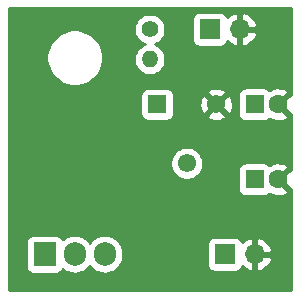
<source format=gbr>
G04 #@! TF.GenerationSoftware,KiCad,Pcbnew,(5.1.5)-3*
G04 #@! TF.CreationDate,2020-04-12T20:05:31+01:00*
G04 #@! TF.ProjectId,LM317 regulator breakout board,4c4d3331-3720-4726-9567-756c61746f72,rev?*
G04 #@! TF.SameCoordinates,Original*
G04 #@! TF.FileFunction,Copper,L2,Bot*
G04 #@! TF.FilePolarity,Positive*
%FSLAX46Y46*%
G04 Gerber Fmt 4.6, Leading zero omitted, Abs format (unit mm)*
G04 Created by KiCad (PCBNEW (5.1.5)-3) date 2020-04-12 20:05:31*
%MOMM*%
%LPD*%
G04 APERTURE LIST*
%ADD10O,1.905000X2.000000*%
%ADD11R,1.905000X2.000000*%
%ADD12C,1.550000*%
%ADD13R,1.550000X1.550000*%
%ADD14O,1.400000X1.400000*%
%ADD15C,1.400000*%
%ADD16O,1.700000X1.700000*%
%ADD17R,1.700000X1.700000*%
%ADD18C,1.600000*%
%ADD19R,1.600000X1.600000*%
%ADD20C,0.254000*%
G04 APERTURE END LIST*
D10*
X158115000Y-114935000D03*
X155575000Y-114935000D03*
D11*
X153035000Y-114935000D03*
D12*
X165060000Y-107235000D03*
D13*
X162560000Y-102235000D03*
D12*
X167560000Y-102235000D03*
D14*
X161925000Y-98425000D03*
D15*
X161925000Y-95885000D03*
D16*
X169545000Y-95885000D03*
D17*
X167005000Y-95885000D03*
D16*
X170815000Y-114935000D03*
D17*
X168275000Y-114935000D03*
D18*
X172815000Y-102235000D03*
D19*
X170815000Y-102235000D03*
D18*
X172815000Y-108585000D03*
D19*
X170815000Y-108585000D03*
D20*
G36*
X173863000Y-101438128D02*
G01*
X173807702Y-101421903D01*
X172994605Y-102235000D01*
X173807702Y-103048097D01*
X173863000Y-103031872D01*
X173863000Y-107788128D01*
X173807702Y-107771903D01*
X172994605Y-108585000D01*
X173807702Y-109398097D01*
X173863000Y-109381872D01*
X173863000Y-117983000D01*
X149987000Y-117983000D01*
X149987000Y-113935000D01*
X151444428Y-113935000D01*
X151444428Y-115935000D01*
X151456688Y-116059482D01*
X151492998Y-116179180D01*
X151551963Y-116289494D01*
X151631315Y-116386185D01*
X151728006Y-116465537D01*
X151838320Y-116524502D01*
X151958018Y-116560812D01*
X152082500Y-116573072D01*
X153987500Y-116573072D01*
X154111982Y-116560812D01*
X154231680Y-116524502D01*
X154341994Y-116465537D01*
X154438685Y-116386185D01*
X154518037Y-116289494D01*
X154562905Y-116205553D01*
X154688766Y-116308845D01*
X154964552Y-116456255D01*
X155263797Y-116547030D01*
X155575000Y-116577681D01*
X155886204Y-116547030D01*
X156185449Y-116456255D01*
X156461235Y-116308845D01*
X156702963Y-116110463D01*
X156845000Y-115937391D01*
X156987037Y-116110463D01*
X157228766Y-116308845D01*
X157504552Y-116456255D01*
X157803797Y-116547030D01*
X158115000Y-116577681D01*
X158426204Y-116547030D01*
X158725449Y-116456255D01*
X159001235Y-116308845D01*
X159242963Y-116110463D01*
X159441345Y-115868734D01*
X159588755Y-115592948D01*
X159679530Y-115293703D01*
X159702500Y-115060485D01*
X159702500Y-114809514D01*
X159679530Y-114576296D01*
X159588755Y-114277051D01*
X159486103Y-114085000D01*
X166786928Y-114085000D01*
X166786928Y-115785000D01*
X166799188Y-115909482D01*
X166835498Y-116029180D01*
X166894463Y-116139494D01*
X166973815Y-116236185D01*
X167070506Y-116315537D01*
X167180820Y-116374502D01*
X167300518Y-116410812D01*
X167425000Y-116423072D01*
X169125000Y-116423072D01*
X169249482Y-116410812D01*
X169369180Y-116374502D01*
X169479494Y-116315537D01*
X169576185Y-116236185D01*
X169655537Y-116139494D01*
X169714502Y-116029180D01*
X169738966Y-115948534D01*
X169814731Y-116032588D01*
X170048080Y-116206641D01*
X170310901Y-116331825D01*
X170458110Y-116376476D01*
X170688000Y-116255155D01*
X170688000Y-115062000D01*
X170942000Y-115062000D01*
X170942000Y-116255155D01*
X171171890Y-116376476D01*
X171319099Y-116331825D01*
X171581920Y-116206641D01*
X171815269Y-116032588D01*
X172010178Y-115816355D01*
X172159157Y-115566252D01*
X172256481Y-115291891D01*
X172135814Y-115062000D01*
X170942000Y-115062000D01*
X170688000Y-115062000D01*
X170668000Y-115062000D01*
X170668000Y-114808000D01*
X170688000Y-114808000D01*
X170688000Y-113614845D01*
X170942000Y-113614845D01*
X170942000Y-114808000D01*
X172135814Y-114808000D01*
X172256481Y-114578109D01*
X172159157Y-114303748D01*
X172010178Y-114053645D01*
X171815269Y-113837412D01*
X171581920Y-113663359D01*
X171319099Y-113538175D01*
X171171890Y-113493524D01*
X170942000Y-113614845D01*
X170688000Y-113614845D01*
X170458110Y-113493524D01*
X170310901Y-113538175D01*
X170048080Y-113663359D01*
X169814731Y-113837412D01*
X169738966Y-113921466D01*
X169714502Y-113840820D01*
X169655537Y-113730506D01*
X169576185Y-113633815D01*
X169479494Y-113554463D01*
X169369180Y-113495498D01*
X169249482Y-113459188D01*
X169125000Y-113446928D01*
X167425000Y-113446928D01*
X167300518Y-113459188D01*
X167180820Y-113495498D01*
X167070506Y-113554463D01*
X166973815Y-113633815D01*
X166894463Y-113730506D01*
X166835498Y-113840820D01*
X166799188Y-113960518D01*
X166786928Y-114085000D01*
X159486103Y-114085000D01*
X159441345Y-114001265D01*
X159242963Y-113759537D01*
X159001234Y-113561155D01*
X158725448Y-113413745D01*
X158426203Y-113322970D01*
X158115000Y-113292319D01*
X157803796Y-113322970D01*
X157504551Y-113413745D01*
X157228765Y-113561155D01*
X156987037Y-113759537D01*
X156845000Y-113932609D01*
X156702963Y-113759537D01*
X156461234Y-113561155D01*
X156185448Y-113413745D01*
X155886203Y-113322970D01*
X155575000Y-113292319D01*
X155263796Y-113322970D01*
X154964551Y-113413745D01*
X154688765Y-113561155D01*
X154562905Y-113664446D01*
X154518037Y-113580506D01*
X154438685Y-113483815D01*
X154341994Y-113404463D01*
X154231680Y-113345498D01*
X154111982Y-113309188D01*
X153987500Y-113296928D01*
X152082500Y-113296928D01*
X151958018Y-113309188D01*
X151838320Y-113345498D01*
X151728006Y-113404463D01*
X151631315Y-113483815D01*
X151551963Y-113580506D01*
X151492998Y-113690820D01*
X151456688Y-113810518D01*
X151444428Y-113935000D01*
X149987000Y-113935000D01*
X149987000Y-107096127D01*
X163650000Y-107096127D01*
X163650000Y-107373873D01*
X163704186Y-107646282D01*
X163810475Y-107902885D01*
X163964782Y-108133822D01*
X164161178Y-108330218D01*
X164392115Y-108484525D01*
X164648718Y-108590814D01*
X164921127Y-108645000D01*
X165198873Y-108645000D01*
X165471282Y-108590814D01*
X165727885Y-108484525D01*
X165958822Y-108330218D01*
X166155218Y-108133822D01*
X166309525Y-107902885D01*
X166358354Y-107785000D01*
X169376928Y-107785000D01*
X169376928Y-109385000D01*
X169389188Y-109509482D01*
X169425498Y-109629180D01*
X169484463Y-109739494D01*
X169563815Y-109836185D01*
X169660506Y-109915537D01*
X169770820Y-109974502D01*
X169890518Y-110010812D01*
X170015000Y-110023072D01*
X171615000Y-110023072D01*
X171739482Y-110010812D01*
X171859180Y-109974502D01*
X171969494Y-109915537D01*
X172066185Y-109836185D01*
X172076807Y-109823242D01*
X172328996Y-109942571D01*
X172603184Y-110011300D01*
X172885512Y-110025217D01*
X173165130Y-109983787D01*
X173431292Y-109888603D01*
X173556514Y-109821671D01*
X173628097Y-109577702D01*
X172815000Y-108764605D01*
X172800858Y-108778748D01*
X172621253Y-108599143D01*
X172635395Y-108585000D01*
X172621253Y-108570858D01*
X172800858Y-108391253D01*
X172815000Y-108405395D01*
X173628097Y-107592298D01*
X173556514Y-107348329D01*
X173301004Y-107227429D01*
X173026816Y-107158700D01*
X172744488Y-107144783D01*
X172464870Y-107186213D01*
X172198708Y-107281397D01*
X172076691Y-107346616D01*
X172066185Y-107333815D01*
X171969494Y-107254463D01*
X171859180Y-107195498D01*
X171739482Y-107159188D01*
X171615000Y-107146928D01*
X170015000Y-107146928D01*
X169890518Y-107159188D01*
X169770820Y-107195498D01*
X169660506Y-107254463D01*
X169563815Y-107333815D01*
X169484463Y-107430506D01*
X169425498Y-107540820D01*
X169389188Y-107660518D01*
X169376928Y-107785000D01*
X166358354Y-107785000D01*
X166415814Y-107646282D01*
X166470000Y-107373873D01*
X166470000Y-107096127D01*
X166415814Y-106823718D01*
X166309525Y-106567115D01*
X166155218Y-106336178D01*
X165958822Y-106139782D01*
X165727885Y-105985475D01*
X165471282Y-105879186D01*
X165198873Y-105825000D01*
X164921127Y-105825000D01*
X164648718Y-105879186D01*
X164392115Y-105985475D01*
X164161178Y-106139782D01*
X163964782Y-106336178D01*
X163810475Y-106567115D01*
X163704186Y-106823718D01*
X163650000Y-107096127D01*
X149987000Y-107096127D01*
X149987000Y-101460000D01*
X161146928Y-101460000D01*
X161146928Y-103010000D01*
X161159188Y-103134482D01*
X161195498Y-103254180D01*
X161254463Y-103364494D01*
X161333815Y-103461185D01*
X161430506Y-103540537D01*
X161540820Y-103599502D01*
X161660518Y-103635812D01*
X161785000Y-103648072D01*
X163335000Y-103648072D01*
X163459482Y-103635812D01*
X163579180Y-103599502D01*
X163689494Y-103540537D01*
X163786185Y-103461185D01*
X163865537Y-103364494D01*
X163924502Y-103254180D01*
X163937949Y-103209849D01*
X166764756Y-103209849D01*
X166833310Y-103451268D01*
X167084556Y-103569668D01*
X167354071Y-103636778D01*
X167631502Y-103650018D01*
X167906184Y-103608879D01*
X168167562Y-103514943D01*
X168286690Y-103451268D01*
X168355244Y-103209849D01*
X167560000Y-102414605D01*
X166764756Y-103209849D01*
X163937949Y-103209849D01*
X163960812Y-103134482D01*
X163973072Y-103010000D01*
X163973072Y-102306502D01*
X166144982Y-102306502D01*
X166186121Y-102581184D01*
X166280057Y-102842562D01*
X166343732Y-102961690D01*
X166585151Y-103030244D01*
X167380395Y-102235000D01*
X167739605Y-102235000D01*
X168534849Y-103030244D01*
X168776268Y-102961690D01*
X168894668Y-102710444D01*
X168961778Y-102440929D01*
X168975018Y-102163498D01*
X168933879Y-101888816D01*
X168839943Y-101627438D01*
X168776268Y-101508310D01*
X168534849Y-101439756D01*
X167739605Y-102235000D01*
X167380395Y-102235000D01*
X166585151Y-101439756D01*
X166343732Y-101508310D01*
X166225332Y-101759556D01*
X166158222Y-102029071D01*
X166144982Y-102306502D01*
X163973072Y-102306502D01*
X163973072Y-101460000D01*
X163960812Y-101335518D01*
X163937950Y-101260151D01*
X166764756Y-101260151D01*
X167560000Y-102055395D01*
X168180395Y-101435000D01*
X169376928Y-101435000D01*
X169376928Y-103035000D01*
X169389188Y-103159482D01*
X169425498Y-103279180D01*
X169484463Y-103389494D01*
X169563815Y-103486185D01*
X169660506Y-103565537D01*
X169770820Y-103624502D01*
X169890518Y-103660812D01*
X170015000Y-103673072D01*
X171615000Y-103673072D01*
X171739482Y-103660812D01*
X171859180Y-103624502D01*
X171969494Y-103565537D01*
X172066185Y-103486185D01*
X172076807Y-103473242D01*
X172328996Y-103592571D01*
X172603184Y-103661300D01*
X172885512Y-103675217D01*
X173165130Y-103633787D01*
X173431292Y-103538603D01*
X173556514Y-103471671D01*
X173628097Y-103227702D01*
X172815000Y-102414605D01*
X172800858Y-102428748D01*
X172621253Y-102249143D01*
X172635395Y-102235000D01*
X172621253Y-102220858D01*
X172800858Y-102041253D01*
X172815000Y-102055395D01*
X173628097Y-101242298D01*
X173556514Y-100998329D01*
X173301004Y-100877429D01*
X173026816Y-100808700D01*
X172744488Y-100794783D01*
X172464870Y-100836213D01*
X172198708Y-100931397D01*
X172076691Y-100996616D01*
X172066185Y-100983815D01*
X171969494Y-100904463D01*
X171859180Y-100845498D01*
X171739482Y-100809188D01*
X171615000Y-100796928D01*
X170015000Y-100796928D01*
X169890518Y-100809188D01*
X169770820Y-100845498D01*
X169660506Y-100904463D01*
X169563815Y-100983815D01*
X169484463Y-101080506D01*
X169425498Y-101190820D01*
X169389188Y-101310518D01*
X169376928Y-101435000D01*
X168180395Y-101435000D01*
X168355244Y-101260151D01*
X168286690Y-101018732D01*
X168035444Y-100900332D01*
X167765929Y-100833222D01*
X167488498Y-100819982D01*
X167213816Y-100861121D01*
X166952438Y-100955057D01*
X166833310Y-101018732D01*
X166764756Y-101260151D01*
X163937950Y-101260151D01*
X163924502Y-101215820D01*
X163865537Y-101105506D01*
X163786185Y-101008815D01*
X163689494Y-100929463D01*
X163579180Y-100870498D01*
X163459482Y-100834188D01*
X163335000Y-100821928D01*
X161785000Y-100821928D01*
X161660518Y-100834188D01*
X161540820Y-100870498D01*
X161430506Y-100929463D01*
X161333815Y-101008815D01*
X161254463Y-101105506D01*
X161195498Y-101215820D01*
X161159188Y-101335518D01*
X161146928Y-101460000D01*
X149987000Y-101460000D01*
X149987000Y-98040098D01*
X153190000Y-98040098D01*
X153190000Y-98509902D01*
X153281654Y-98970679D01*
X153461440Y-99404721D01*
X153722450Y-99795349D01*
X154054651Y-100127550D01*
X154445279Y-100388560D01*
X154879321Y-100568346D01*
X155340098Y-100660000D01*
X155809902Y-100660000D01*
X156270679Y-100568346D01*
X156704721Y-100388560D01*
X157095349Y-100127550D01*
X157427550Y-99795349D01*
X157688560Y-99404721D01*
X157868346Y-98970679D01*
X157960000Y-98509902D01*
X157960000Y-98040098D01*
X157868346Y-97579321D01*
X157688560Y-97145279D01*
X157427550Y-96754651D01*
X157095349Y-96422450D01*
X156704721Y-96161440D01*
X156270679Y-95981654D01*
X155809902Y-95890000D01*
X155340098Y-95890000D01*
X154879321Y-95981654D01*
X154445279Y-96161440D01*
X154054651Y-96422450D01*
X153722450Y-96754651D01*
X153461440Y-97145279D01*
X153281654Y-97579321D01*
X153190000Y-98040098D01*
X149987000Y-98040098D01*
X149987000Y-95753514D01*
X160590000Y-95753514D01*
X160590000Y-96016486D01*
X160641304Y-96274405D01*
X160741939Y-96517359D01*
X160888038Y-96736013D01*
X161073987Y-96921962D01*
X161292641Y-97068061D01*
X161502530Y-97155000D01*
X161292641Y-97241939D01*
X161073987Y-97388038D01*
X160888038Y-97573987D01*
X160741939Y-97792641D01*
X160641304Y-98035595D01*
X160590000Y-98293514D01*
X160590000Y-98556486D01*
X160641304Y-98814405D01*
X160741939Y-99057359D01*
X160888038Y-99276013D01*
X161073987Y-99461962D01*
X161292641Y-99608061D01*
X161535595Y-99708696D01*
X161793514Y-99760000D01*
X162056486Y-99760000D01*
X162314405Y-99708696D01*
X162557359Y-99608061D01*
X162776013Y-99461962D01*
X162961962Y-99276013D01*
X163108061Y-99057359D01*
X163208696Y-98814405D01*
X163260000Y-98556486D01*
X163260000Y-98293514D01*
X163208696Y-98035595D01*
X163108061Y-97792641D01*
X162961962Y-97573987D01*
X162776013Y-97388038D01*
X162557359Y-97241939D01*
X162347470Y-97155000D01*
X162557359Y-97068061D01*
X162776013Y-96921962D01*
X162961962Y-96736013D01*
X163108061Y-96517359D01*
X163208696Y-96274405D01*
X163260000Y-96016486D01*
X163260000Y-95753514D01*
X163208696Y-95495595D01*
X163108061Y-95252641D01*
X162962639Y-95035000D01*
X165516928Y-95035000D01*
X165516928Y-96735000D01*
X165529188Y-96859482D01*
X165565498Y-96979180D01*
X165624463Y-97089494D01*
X165703815Y-97186185D01*
X165800506Y-97265537D01*
X165910820Y-97324502D01*
X166030518Y-97360812D01*
X166155000Y-97373072D01*
X167855000Y-97373072D01*
X167979482Y-97360812D01*
X168099180Y-97324502D01*
X168209494Y-97265537D01*
X168306185Y-97186185D01*
X168385537Y-97089494D01*
X168444502Y-96979180D01*
X168468966Y-96898534D01*
X168544731Y-96982588D01*
X168778080Y-97156641D01*
X169040901Y-97281825D01*
X169188110Y-97326476D01*
X169418000Y-97205155D01*
X169418000Y-96012000D01*
X169672000Y-96012000D01*
X169672000Y-97205155D01*
X169901890Y-97326476D01*
X170049099Y-97281825D01*
X170311920Y-97156641D01*
X170545269Y-96982588D01*
X170740178Y-96766355D01*
X170889157Y-96516252D01*
X170986481Y-96241891D01*
X170865814Y-96012000D01*
X169672000Y-96012000D01*
X169418000Y-96012000D01*
X169398000Y-96012000D01*
X169398000Y-95758000D01*
X169418000Y-95758000D01*
X169418000Y-94564845D01*
X169672000Y-94564845D01*
X169672000Y-95758000D01*
X170865814Y-95758000D01*
X170986481Y-95528109D01*
X170889157Y-95253748D01*
X170740178Y-95003645D01*
X170545269Y-94787412D01*
X170311920Y-94613359D01*
X170049099Y-94488175D01*
X169901890Y-94443524D01*
X169672000Y-94564845D01*
X169418000Y-94564845D01*
X169188110Y-94443524D01*
X169040901Y-94488175D01*
X168778080Y-94613359D01*
X168544731Y-94787412D01*
X168468966Y-94871466D01*
X168444502Y-94790820D01*
X168385537Y-94680506D01*
X168306185Y-94583815D01*
X168209494Y-94504463D01*
X168099180Y-94445498D01*
X167979482Y-94409188D01*
X167855000Y-94396928D01*
X166155000Y-94396928D01*
X166030518Y-94409188D01*
X165910820Y-94445498D01*
X165800506Y-94504463D01*
X165703815Y-94583815D01*
X165624463Y-94680506D01*
X165565498Y-94790820D01*
X165529188Y-94910518D01*
X165516928Y-95035000D01*
X162962639Y-95035000D01*
X162961962Y-95033987D01*
X162776013Y-94848038D01*
X162557359Y-94701939D01*
X162314405Y-94601304D01*
X162056486Y-94550000D01*
X161793514Y-94550000D01*
X161535595Y-94601304D01*
X161292641Y-94701939D01*
X161073987Y-94848038D01*
X160888038Y-95033987D01*
X160741939Y-95252641D01*
X160641304Y-95495595D01*
X160590000Y-95753514D01*
X149987000Y-95753514D01*
X149987000Y-94107000D01*
X173863000Y-94107000D01*
X173863000Y-101438128D01*
G37*
X173863000Y-101438128D02*
X173807702Y-101421903D01*
X172994605Y-102235000D01*
X173807702Y-103048097D01*
X173863000Y-103031872D01*
X173863000Y-107788128D01*
X173807702Y-107771903D01*
X172994605Y-108585000D01*
X173807702Y-109398097D01*
X173863000Y-109381872D01*
X173863000Y-117983000D01*
X149987000Y-117983000D01*
X149987000Y-113935000D01*
X151444428Y-113935000D01*
X151444428Y-115935000D01*
X151456688Y-116059482D01*
X151492998Y-116179180D01*
X151551963Y-116289494D01*
X151631315Y-116386185D01*
X151728006Y-116465537D01*
X151838320Y-116524502D01*
X151958018Y-116560812D01*
X152082500Y-116573072D01*
X153987500Y-116573072D01*
X154111982Y-116560812D01*
X154231680Y-116524502D01*
X154341994Y-116465537D01*
X154438685Y-116386185D01*
X154518037Y-116289494D01*
X154562905Y-116205553D01*
X154688766Y-116308845D01*
X154964552Y-116456255D01*
X155263797Y-116547030D01*
X155575000Y-116577681D01*
X155886204Y-116547030D01*
X156185449Y-116456255D01*
X156461235Y-116308845D01*
X156702963Y-116110463D01*
X156845000Y-115937391D01*
X156987037Y-116110463D01*
X157228766Y-116308845D01*
X157504552Y-116456255D01*
X157803797Y-116547030D01*
X158115000Y-116577681D01*
X158426204Y-116547030D01*
X158725449Y-116456255D01*
X159001235Y-116308845D01*
X159242963Y-116110463D01*
X159441345Y-115868734D01*
X159588755Y-115592948D01*
X159679530Y-115293703D01*
X159702500Y-115060485D01*
X159702500Y-114809514D01*
X159679530Y-114576296D01*
X159588755Y-114277051D01*
X159486103Y-114085000D01*
X166786928Y-114085000D01*
X166786928Y-115785000D01*
X166799188Y-115909482D01*
X166835498Y-116029180D01*
X166894463Y-116139494D01*
X166973815Y-116236185D01*
X167070506Y-116315537D01*
X167180820Y-116374502D01*
X167300518Y-116410812D01*
X167425000Y-116423072D01*
X169125000Y-116423072D01*
X169249482Y-116410812D01*
X169369180Y-116374502D01*
X169479494Y-116315537D01*
X169576185Y-116236185D01*
X169655537Y-116139494D01*
X169714502Y-116029180D01*
X169738966Y-115948534D01*
X169814731Y-116032588D01*
X170048080Y-116206641D01*
X170310901Y-116331825D01*
X170458110Y-116376476D01*
X170688000Y-116255155D01*
X170688000Y-115062000D01*
X170942000Y-115062000D01*
X170942000Y-116255155D01*
X171171890Y-116376476D01*
X171319099Y-116331825D01*
X171581920Y-116206641D01*
X171815269Y-116032588D01*
X172010178Y-115816355D01*
X172159157Y-115566252D01*
X172256481Y-115291891D01*
X172135814Y-115062000D01*
X170942000Y-115062000D01*
X170688000Y-115062000D01*
X170668000Y-115062000D01*
X170668000Y-114808000D01*
X170688000Y-114808000D01*
X170688000Y-113614845D01*
X170942000Y-113614845D01*
X170942000Y-114808000D01*
X172135814Y-114808000D01*
X172256481Y-114578109D01*
X172159157Y-114303748D01*
X172010178Y-114053645D01*
X171815269Y-113837412D01*
X171581920Y-113663359D01*
X171319099Y-113538175D01*
X171171890Y-113493524D01*
X170942000Y-113614845D01*
X170688000Y-113614845D01*
X170458110Y-113493524D01*
X170310901Y-113538175D01*
X170048080Y-113663359D01*
X169814731Y-113837412D01*
X169738966Y-113921466D01*
X169714502Y-113840820D01*
X169655537Y-113730506D01*
X169576185Y-113633815D01*
X169479494Y-113554463D01*
X169369180Y-113495498D01*
X169249482Y-113459188D01*
X169125000Y-113446928D01*
X167425000Y-113446928D01*
X167300518Y-113459188D01*
X167180820Y-113495498D01*
X167070506Y-113554463D01*
X166973815Y-113633815D01*
X166894463Y-113730506D01*
X166835498Y-113840820D01*
X166799188Y-113960518D01*
X166786928Y-114085000D01*
X159486103Y-114085000D01*
X159441345Y-114001265D01*
X159242963Y-113759537D01*
X159001234Y-113561155D01*
X158725448Y-113413745D01*
X158426203Y-113322970D01*
X158115000Y-113292319D01*
X157803796Y-113322970D01*
X157504551Y-113413745D01*
X157228765Y-113561155D01*
X156987037Y-113759537D01*
X156845000Y-113932609D01*
X156702963Y-113759537D01*
X156461234Y-113561155D01*
X156185448Y-113413745D01*
X155886203Y-113322970D01*
X155575000Y-113292319D01*
X155263796Y-113322970D01*
X154964551Y-113413745D01*
X154688765Y-113561155D01*
X154562905Y-113664446D01*
X154518037Y-113580506D01*
X154438685Y-113483815D01*
X154341994Y-113404463D01*
X154231680Y-113345498D01*
X154111982Y-113309188D01*
X153987500Y-113296928D01*
X152082500Y-113296928D01*
X151958018Y-113309188D01*
X151838320Y-113345498D01*
X151728006Y-113404463D01*
X151631315Y-113483815D01*
X151551963Y-113580506D01*
X151492998Y-113690820D01*
X151456688Y-113810518D01*
X151444428Y-113935000D01*
X149987000Y-113935000D01*
X149987000Y-107096127D01*
X163650000Y-107096127D01*
X163650000Y-107373873D01*
X163704186Y-107646282D01*
X163810475Y-107902885D01*
X163964782Y-108133822D01*
X164161178Y-108330218D01*
X164392115Y-108484525D01*
X164648718Y-108590814D01*
X164921127Y-108645000D01*
X165198873Y-108645000D01*
X165471282Y-108590814D01*
X165727885Y-108484525D01*
X165958822Y-108330218D01*
X166155218Y-108133822D01*
X166309525Y-107902885D01*
X166358354Y-107785000D01*
X169376928Y-107785000D01*
X169376928Y-109385000D01*
X169389188Y-109509482D01*
X169425498Y-109629180D01*
X169484463Y-109739494D01*
X169563815Y-109836185D01*
X169660506Y-109915537D01*
X169770820Y-109974502D01*
X169890518Y-110010812D01*
X170015000Y-110023072D01*
X171615000Y-110023072D01*
X171739482Y-110010812D01*
X171859180Y-109974502D01*
X171969494Y-109915537D01*
X172066185Y-109836185D01*
X172076807Y-109823242D01*
X172328996Y-109942571D01*
X172603184Y-110011300D01*
X172885512Y-110025217D01*
X173165130Y-109983787D01*
X173431292Y-109888603D01*
X173556514Y-109821671D01*
X173628097Y-109577702D01*
X172815000Y-108764605D01*
X172800858Y-108778748D01*
X172621253Y-108599143D01*
X172635395Y-108585000D01*
X172621253Y-108570858D01*
X172800858Y-108391253D01*
X172815000Y-108405395D01*
X173628097Y-107592298D01*
X173556514Y-107348329D01*
X173301004Y-107227429D01*
X173026816Y-107158700D01*
X172744488Y-107144783D01*
X172464870Y-107186213D01*
X172198708Y-107281397D01*
X172076691Y-107346616D01*
X172066185Y-107333815D01*
X171969494Y-107254463D01*
X171859180Y-107195498D01*
X171739482Y-107159188D01*
X171615000Y-107146928D01*
X170015000Y-107146928D01*
X169890518Y-107159188D01*
X169770820Y-107195498D01*
X169660506Y-107254463D01*
X169563815Y-107333815D01*
X169484463Y-107430506D01*
X169425498Y-107540820D01*
X169389188Y-107660518D01*
X169376928Y-107785000D01*
X166358354Y-107785000D01*
X166415814Y-107646282D01*
X166470000Y-107373873D01*
X166470000Y-107096127D01*
X166415814Y-106823718D01*
X166309525Y-106567115D01*
X166155218Y-106336178D01*
X165958822Y-106139782D01*
X165727885Y-105985475D01*
X165471282Y-105879186D01*
X165198873Y-105825000D01*
X164921127Y-105825000D01*
X164648718Y-105879186D01*
X164392115Y-105985475D01*
X164161178Y-106139782D01*
X163964782Y-106336178D01*
X163810475Y-106567115D01*
X163704186Y-106823718D01*
X163650000Y-107096127D01*
X149987000Y-107096127D01*
X149987000Y-101460000D01*
X161146928Y-101460000D01*
X161146928Y-103010000D01*
X161159188Y-103134482D01*
X161195498Y-103254180D01*
X161254463Y-103364494D01*
X161333815Y-103461185D01*
X161430506Y-103540537D01*
X161540820Y-103599502D01*
X161660518Y-103635812D01*
X161785000Y-103648072D01*
X163335000Y-103648072D01*
X163459482Y-103635812D01*
X163579180Y-103599502D01*
X163689494Y-103540537D01*
X163786185Y-103461185D01*
X163865537Y-103364494D01*
X163924502Y-103254180D01*
X163937949Y-103209849D01*
X166764756Y-103209849D01*
X166833310Y-103451268D01*
X167084556Y-103569668D01*
X167354071Y-103636778D01*
X167631502Y-103650018D01*
X167906184Y-103608879D01*
X168167562Y-103514943D01*
X168286690Y-103451268D01*
X168355244Y-103209849D01*
X167560000Y-102414605D01*
X166764756Y-103209849D01*
X163937949Y-103209849D01*
X163960812Y-103134482D01*
X163973072Y-103010000D01*
X163973072Y-102306502D01*
X166144982Y-102306502D01*
X166186121Y-102581184D01*
X166280057Y-102842562D01*
X166343732Y-102961690D01*
X166585151Y-103030244D01*
X167380395Y-102235000D01*
X167739605Y-102235000D01*
X168534849Y-103030244D01*
X168776268Y-102961690D01*
X168894668Y-102710444D01*
X168961778Y-102440929D01*
X168975018Y-102163498D01*
X168933879Y-101888816D01*
X168839943Y-101627438D01*
X168776268Y-101508310D01*
X168534849Y-101439756D01*
X167739605Y-102235000D01*
X167380395Y-102235000D01*
X166585151Y-101439756D01*
X166343732Y-101508310D01*
X166225332Y-101759556D01*
X166158222Y-102029071D01*
X166144982Y-102306502D01*
X163973072Y-102306502D01*
X163973072Y-101460000D01*
X163960812Y-101335518D01*
X163937950Y-101260151D01*
X166764756Y-101260151D01*
X167560000Y-102055395D01*
X168180395Y-101435000D01*
X169376928Y-101435000D01*
X169376928Y-103035000D01*
X169389188Y-103159482D01*
X169425498Y-103279180D01*
X169484463Y-103389494D01*
X169563815Y-103486185D01*
X169660506Y-103565537D01*
X169770820Y-103624502D01*
X169890518Y-103660812D01*
X170015000Y-103673072D01*
X171615000Y-103673072D01*
X171739482Y-103660812D01*
X171859180Y-103624502D01*
X171969494Y-103565537D01*
X172066185Y-103486185D01*
X172076807Y-103473242D01*
X172328996Y-103592571D01*
X172603184Y-103661300D01*
X172885512Y-103675217D01*
X173165130Y-103633787D01*
X173431292Y-103538603D01*
X173556514Y-103471671D01*
X173628097Y-103227702D01*
X172815000Y-102414605D01*
X172800858Y-102428748D01*
X172621253Y-102249143D01*
X172635395Y-102235000D01*
X172621253Y-102220858D01*
X172800858Y-102041253D01*
X172815000Y-102055395D01*
X173628097Y-101242298D01*
X173556514Y-100998329D01*
X173301004Y-100877429D01*
X173026816Y-100808700D01*
X172744488Y-100794783D01*
X172464870Y-100836213D01*
X172198708Y-100931397D01*
X172076691Y-100996616D01*
X172066185Y-100983815D01*
X171969494Y-100904463D01*
X171859180Y-100845498D01*
X171739482Y-100809188D01*
X171615000Y-100796928D01*
X170015000Y-100796928D01*
X169890518Y-100809188D01*
X169770820Y-100845498D01*
X169660506Y-100904463D01*
X169563815Y-100983815D01*
X169484463Y-101080506D01*
X169425498Y-101190820D01*
X169389188Y-101310518D01*
X169376928Y-101435000D01*
X168180395Y-101435000D01*
X168355244Y-101260151D01*
X168286690Y-101018732D01*
X168035444Y-100900332D01*
X167765929Y-100833222D01*
X167488498Y-100819982D01*
X167213816Y-100861121D01*
X166952438Y-100955057D01*
X166833310Y-101018732D01*
X166764756Y-101260151D01*
X163937950Y-101260151D01*
X163924502Y-101215820D01*
X163865537Y-101105506D01*
X163786185Y-101008815D01*
X163689494Y-100929463D01*
X163579180Y-100870498D01*
X163459482Y-100834188D01*
X163335000Y-100821928D01*
X161785000Y-100821928D01*
X161660518Y-100834188D01*
X161540820Y-100870498D01*
X161430506Y-100929463D01*
X161333815Y-101008815D01*
X161254463Y-101105506D01*
X161195498Y-101215820D01*
X161159188Y-101335518D01*
X161146928Y-101460000D01*
X149987000Y-101460000D01*
X149987000Y-98040098D01*
X153190000Y-98040098D01*
X153190000Y-98509902D01*
X153281654Y-98970679D01*
X153461440Y-99404721D01*
X153722450Y-99795349D01*
X154054651Y-100127550D01*
X154445279Y-100388560D01*
X154879321Y-100568346D01*
X155340098Y-100660000D01*
X155809902Y-100660000D01*
X156270679Y-100568346D01*
X156704721Y-100388560D01*
X157095349Y-100127550D01*
X157427550Y-99795349D01*
X157688560Y-99404721D01*
X157868346Y-98970679D01*
X157960000Y-98509902D01*
X157960000Y-98040098D01*
X157868346Y-97579321D01*
X157688560Y-97145279D01*
X157427550Y-96754651D01*
X157095349Y-96422450D01*
X156704721Y-96161440D01*
X156270679Y-95981654D01*
X155809902Y-95890000D01*
X155340098Y-95890000D01*
X154879321Y-95981654D01*
X154445279Y-96161440D01*
X154054651Y-96422450D01*
X153722450Y-96754651D01*
X153461440Y-97145279D01*
X153281654Y-97579321D01*
X153190000Y-98040098D01*
X149987000Y-98040098D01*
X149987000Y-95753514D01*
X160590000Y-95753514D01*
X160590000Y-96016486D01*
X160641304Y-96274405D01*
X160741939Y-96517359D01*
X160888038Y-96736013D01*
X161073987Y-96921962D01*
X161292641Y-97068061D01*
X161502530Y-97155000D01*
X161292641Y-97241939D01*
X161073987Y-97388038D01*
X160888038Y-97573987D01*
X160741939Y-97792641D01*
X160641304Y-98035595D01*
X160590000Y-98293514D01*
X160590000Y-98556486D01*
X160641304Y-98814405D01*
X160741939Y-99057359D01*
X160888038Y-99276013D01*
X161073987Y-99461962D01*
X161292641Y-99608061D01*
X161535595Y-99708696D01*
X161793514Y-99760000D01*
X162056486Y-99760000D01*
X162314405Y-99708696D01*
X162557359Y-99608061D01*
X162776013Y-99461962D01*
X162961962Y-99276013D01*
X163108061Y-99057359D01*
X163208696Y-98814405D01*
X163260000Y-98556486D01*
X163260000Y-98293514D01*
X163208696Y-98035595D01*
X163108061Y-97792641D01*
X162961962Y-97573987D01*
X162776013Y-97388038D01*
X162557359Y-97241939D01*
X162347470Y-97155000D01*
X162557359Y-97068061D01*
X162776013Y-96921962D01*
X162961962Y-96736013D01*
X163108061Y-96517359D01*
X163208696Y-96274405D01*
X163260000Y-96016486D01*
X163260000Y-95753514D01*
X163208696Y-95495595D01*
X163108061Y-95252641D01*
X162962639Y-95035000D01*
X165516928Y-95035000D01*
X165516928Y-96735000D01*
X165529188Y-96859482D01*
X165565498Y-96979180D01*
X165624463Y-97089494D01*
X165703815Y-97186185D01*
X165800506Y-97265537D01*
X165910820Y-97324502D01*
X166030518Y-97360812D01*
X166155000Y-97373072D01*
X167855000Y-97373072D01*
X167979482Y-97360812D01*
X168099180Y-97324502D01*
X168209494Y-97265537D01*
X168306185Y-97186185D01*
X168385537Y-97089494D01*
X168444502Y-96979180D01*
X168468966Y-96898534D01*
X168544731Y-96982588D01*
X168778080Y-97156641D01*
X169040901Y-97281825D01*
X169188110Y-97326476D01*
X169418000Y-97205155D01*
X169418000Y-96012000D01*
X169672000Y-96012000D01*
X169672000Y-97205155D01*
X169901890Y-97326476D01*
X170049099Y-97281825D01*
X170311920Y-97156641D01*
X170545269Y-96982588D01*
X170740178Y-96766355D01*
X170889157Y-96516252D01*
X170986481Y-96241891D01*
X170865814Y-96012000D01*
X169672000Y-96012000D01*
X169418000Y-96012000D01*
X169398000Y-96012000D01*
X169398000Y-95758000D01*
X169418000Y-95758000D01*
X169418000Y-94564845D01*
X169672000Y-94564845D01*
X169672000Y-95758000D01*
X170865814Y-95758000D01*
X170986481Y-95528109D01*
X170889157Y-95253748D01*
X170740178Y-95003645D01*
X170545269Y-94787412D01*
X170311920Y-94613359D01*
X170049099Y-94488175D01*
X169901890Y-94443524D01*
X169672000Y-94564845D01*
X169418000Y-94564845D01*
X169188110Y-94443524D01*
X169040901Y-94488175D01*
X168778080Y-94613359D01*
X168544731Y-94787412D01*
X168468966Y-94871466D01*
X168444502Y-94790820D01*
X168385537Y-94680506D01*
X168306185Y-94583815D01*
X168209494Y-94504463D01*
X168099180Y-94445498D01*
X167979482Y-94409188D01*
X167855000Y-94396928D01*
X166155000Y-94396928D01*
X166030518Y-94409188D01*
X165910820Y-94445498D01*
X165800506Y-94504463D01*
X165703815Y-94583815D01*
X165624463Y-94680506D01*
X165565498Y-94790820D01*
X165529188Y-94910518D01*
X165516928Y-95035000D01*
X162962639Y-95035000D01*
X162961962Y-95033987D01*
X162776013Y-94848038D01*
X162557359Y-94701939D01*
X162314405Y-94601304D01*
X162056486Y-94550000D01*
X161793514Y-94550000D01*
X161535595Y-94601304D01*
X161292641Y-94701939D01*
X161073987Y-94848038D01*
X160888038Y-95033987D01*
X160741939Y-95252641D01*
X160641304Y-95495595D01*
X160590000Y-95753514D01*
X149987000Y-95753514D01*
X149987000Y-94107000D01*
X173863000Y-94107000D01*
X173863000Y-101438128D01*
M02*

</source>
